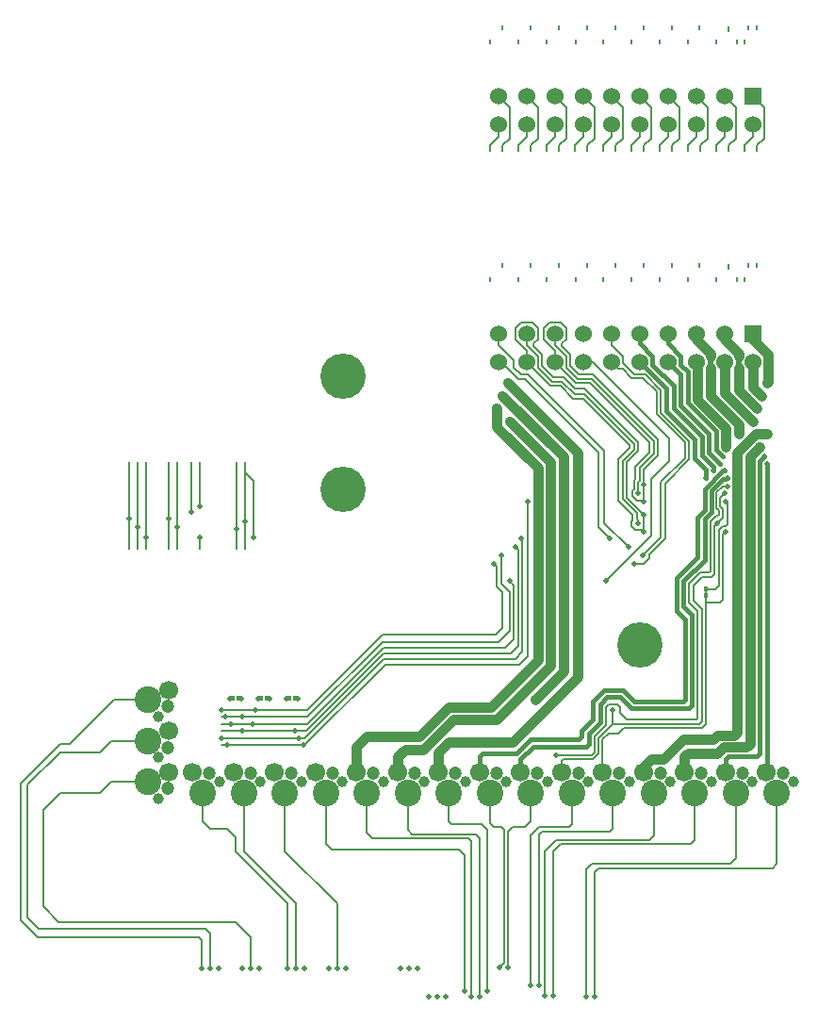
<source format=gbr>
G04 start of page 2 for group 0 idx 0 *
G04 Title: (unknown), P1_W1 *
G04 Creator: pcb 4.2.0 *
G04 CreationDate: Mon Sep 28 03:26:28 2020 UTC *
G04 For: commonadmin *
G04 Format: Gerber/RS-274X *
G04 PCB-Dimensions (mil): 3500.00 4250.00 *
G04 PCB-Coordinate-Origin: lower left *
%MOIN*%
%FSLAX25Y25*%
%LNTOP*%
%ADD29C,0.0380*%
%ADD28C,0.0295*%
%ADD27C,0.0492*%
%ADD26C,0.0787*%
%ADD25C,0.0197*%
%ADD24C,0.0100*%
%ADD23C,0.1181*%
%ADD22C,0.0250*%
%ADD21C,0.1600*%
%ADD20C,0.0600*%
%ADD19C,0.0001*%
%ADD18C,0.0472*%
%ADD17C,0.0669*%
%ADD16C,0.0945*%
%ADD15C,0.0394*%
%ADD14C,0.0150*%
%ADD13C,0.0200*%
%ADD12C,0.0350*%
%ADD11C,0.0060*%
G54D11*X252000Y320000D02*Y318500D01*
X222000Y320000D02*Y318500D01*
X273500Y323500D02*Y325000D01*
G54D12*X274000Y256500D02*X277500Y260000D01*
X265500D02*Y266500D01*
X256000Y276000D01*
X255500Y289500D02*Y276500D01*
X256500Y275500D01*
G54D11*X225000Y290000D02*X227500Y287500D01*
G54D12*X255000Y290000D02*X255500Y289500D01*
G54D11*X227500Y287500D02*X229000D01*
X232250Y284250D01*
X236250D01*
X241000Y279500D01*
Y271500D01*
X251000Y261500D01*
Y256000D01*
X242500Y247500D01*
G54D12*X250957Y144980D02*Y150457D01*
X252000Y151500D01*
X262500D01*
X264750Y153750D01*
X272750D02*X274000Y155000D01*
Y256500D01*
G54D11*X242500Y247500D02*Y228000D01*
X254500Y137500D02*Y121000D01*
X253000Y119500D01*
X207000D01*
X204500Y117000D01*
Y66000D02*Y117000D01*
G54D12*X264750Y153750D02*X272750D01*
G54D11*X68524Y159500D02*X68480Y159543D01*
X242500Y228000D02*X236000Y221500D01*
X186000D02*Y211500D01*
X189000Y208500D01*
Y195000D01*
X185000Y191000D01*
X144000D01*
X117500Y164500D01*
X87000D01*
X83000Y75500D02*Y88000D01*
X81500Y89500D01*
X61000Y156000D02*X48000D01*
X44000Y152000D02*X48000Y156000D01*
X57500Y224000D02*Y254500D01*
X30000Y152000D02*X44000D01*
X81500Y89500D02*X22500D01*
X18500Y93500D01*
Y140500D01*
X30000Y152000D01*
X252000Y404000D02*Y402500D01*
X222000Y404000D02*Y402500D01*
X255000Y374000D02*Y369500D01*
X252000Y366500D01*
Y364500D01*
X225000Y374000D02*Y369500D01*
X222000Y366500D01*
Y364500D01*
X273500Y407500D02*Y409000D01*
X256000Y325000D02*Y323500D01*
X226500Y325000D02*Y323500D01*
X229000Y292000D02*Y289500D01*
G54D12*X260000Y288000D02*Y278000D01*
G54D11*X225000Y300000D02*Y296000D01*
X229000Y292000D01*
Y289500D02*X233000Y285500D01*
X237000D01*
X242500Y280000D01*
Y272000D01*
G54D12*X255000Y300000D02*Y298000D01*
X260000Y293000D01*
Y292000D01*
G54D13*Y288000D01*
G54D11*X256000Y409000D02*Y407500D01*
X255000Y384000D02*X259000Y380000D01*
Y369000D01*
X256500Y366500D01*
Y364500D01*
X269500Y404000D02*Y402500D01*
X226500Y409000D02*Y407500D01*
X225000Y384000D02*X229000Y380000D01*
Y369000D01*
X226500Y366500D01*
Y364500D01*
G54D12*X236457Y144980D02*Y146957D01*
X239000Y149500D01*
X243500D01*
X250500Y156500D01*
X261000D01*
X262500Y158000D01*
X268500D01*
X269500Y159000D01*
G54D11*X240000Y137500D02*Y122500D01*
X238500Y121000D01*
X205500D01*
X201500Y117000D01*
Y66001D02*X201499Y66000D01*
X201500Y117000D02*Y66001D01*
G54D12*X269500Y159000D02*Y258000D01*
X276000Y264500D01*
X280000D01*
G54D11*X269500Y320000D02*Y318500D01*
G54D12*X270000Y264500D02*Y268000D01*
G54D11*X242500Y272000D02*X252500Y262000D01*
Y255500D01*
G54D12*X270000Y268000D02*X260000Y278000D01*
G54D11*X252500Y255500D02*X244000Y247000D01*
Y227500D01*
X238500Y222000D01*
Y220500D01*
X236500Y218500D01*
X233000D01*
X144000Y193500D02*X184000D01*
X186500Y196000D01*
Y208500D01*
X184500Y210500D01*
Y217500D01*
X183500Y218500D01*
X144000Y193500D02*X117500Y167000D01*
X87000D01*
X61000Y170500D02*X49000D01*
X54500Y224000D02*Y254500D01*
X49000Y170500D02*X33500Y155000D01*
X30000D01*
X16000Y141000D01*
Y92500D01*
X22000Y86500D01*
X79000D01*
X80000Y85500D01*
Y75500D02*Y85500D01*
X242000Y320000D02*Y318500D01*
X212500Y320000D02*Y318500D01*
G54D14*X245000Y290000D02*X249500Y285500D01*
Y274500D01*
X259500Y264500D01*
G54D11*X215000Y290000D02*X218500D01*
G54D14*X259500Y264500D02*Y258000D01*
X263500Y254000D01*
G54D11*X218500Y290000D02*X245500Y263000D01*
X242000Y404000D02*Y402500D01*
X245000Y374000D02*Y369500D01*
X242000Y366500D01*
Y364500D01*
X212500Y404000D02*Y402500D01*
X215000Y374000D02*Y369500D01*
X212000Y366500D01*
Y364500D01*
X219000Y65500D02*Y109500D01*
G54D14*X280000Y145024D02*X279957Y144980D01*
X280000Y254000D02*Y145024D01*
G54D11*X220500Y111000D02*X282000D01*
X283500Y112500D01*
Y137500D01*
X220500Y111000D02*X219000Y109500D01*
X245500Y263000D02*Y255000D01*
X239000Y248500D01*
Y228500D01*
X223000Y212500D01*
X189000D02*X190500Y211000D01*
Y192000D01*
X187500Y189000D01*
X144500D01*
X117500Y162000D01*
X60500Y224000D02*Y254500D01*
X117500Y162000D02*X87000D01*
X61000Y141500D02*X48000D01*
X30000Y137500D02*X44000D01*
X48000Y141500D01*
X97500Y75500D02*Y86500D01*
X92000Y92000D01*
X29500D01*
X24000Y97500D01*
Y131500D01*
X30000Y137500D01*
X246500Y325000D02*Y323500D01*
G54D14*X245000Y300000D02*Y296500D01*
X249500Y292000D01*
G54D11*X216500Y325000D02*Y323500D01*
G54D14*X277500Y255000D02*X279000Y256500D01*
X262000Y259000D02*X264500Y256500D01*
X249500Y292000D02*Y289000D01*
X252000Y286500D01*
Y275500D01*
X262000Y265500D01*
Y259000D01*
G54D11*X246500Y409000D02*Y407500D01*
X216500Y409000D02*Y407500D01*
X215000Y384000D02*X219000Y380000D01*
Y369000D01*
X216500Y366500D01*
Y364500D01*
X245000Y384000D02*X249000Y380000D01*
Y369000D01*
X246500Y366500D01*
Y364500D01*
G54D14*X265457Y144980D02*Y149457D01*
X266500Y150500D01*
X276500D01*
G54D11*X269000Y137500D02*Y114500D01*
G54D14*X276500Y150500D02*X277500Y151500D01*
Y255000D01*
G54D11*X269000Y114500D02*X267000Y112500D01*
X218000D01*
X216000Y110500D01*
Y65500D01*
X144500Y185000D02*X191000D01*
X144500D02*X116500Y157000D01*
X87000D01*
X71500Y224000D02*Y254500D01*
G54D14*X192957Y144980D02*Y149457D01*
X197500Y154000D01*
G54D11*X196500Y137500D02*Y127500D01*
X194500Y125500D01*
X190000D01*
G54D14*X253500Y168500D02*Y200500D01*
X250500Y203500D01*
G54D11*X191000Y185000D02*X193500Y187500D01*
G54D14*X252500Y167500D02*X253500Y168500D01*
X252500Y167500D02*X232000D01*
X228000Y171500D01*
X223500D01*
X221000Y169000D01*
Y162500D01*
X217000Y158500D01*
Y155000D01*
X216000Y154000D01*
X197500D02*X216000D01*
G54D12*X190000Y155500D02*X213000Y178500D01*
G54D11*X95000Y137500D02*Y117000D01*
X113500Y98500D02*X95000Y117000D01*
X190000Y125500D02*X188500Y124000D01*
G54D12*X167500Y155500D02*X190000D01*
G54D11*X179000Y126500D02*X181000Y124500D01*
X113500Y75500D02*Y98500D01*
G54D12*X163957Y144980D02*Y151957D01*
X167500Y155500D01*
G54D11*Y137500D02*Y127500D01*
X168500Y126500D01*
X179000D01*
X232000Y320000D02*Y318500D01*
G54D14*X235000Y290000D02*X244500Y280500D01*
Y272500D01*
X254500Y262500D01*
Y256000D01*
X258000Y220000D02*Y234500D01*
X260500Y237000D01*
Y244500D01*
X264500Y248500D01*
X265500D01*
X266000Y249000D01*
G54D12*X275000Y300000D02*Y298000D01*
X280500Y292500D02*Y283000D01*
X280000Y282500D01*
X275000Y298000D02*X280500Y292500D01*
G54D11*X276500Y325000D02*Y323500D01*
X182000Y404000D02*Y402500D01*
X185000Y374000D02*Y369500D01*
X182000Y366500D01*
Y364500D01*
X188500Y124000D02*Y76000D01*
X181000Y124500D02*Y67500D01*
X232000Y404000D02*Y402500D01*
X235000Y374000D02*Y369500D01*
X232000Y366500D01*
Y364500D01*
X276500Y409000D02*Y407500D01*
X275000Y384000D02*X279000Y380000D01*
Y369000D01*
X276500Y366500D01*
Y364500D01*
G54D14*X250500Y203500D02*Y212500D01*
X258000Y220000D01*
G54D11*X193500Y187500D02*Y227000D01*
X193000Y227500D01*
G54D12*X213000Y178500D02*Y258000D01*
G54D14*X254500Y256000D02*X258500Y252000D01*
Y249000D01*
G54D11*X220500Y258000D02*Y231500D01*
X224500Y227500D01*
X182000Y320000D02*Y318500D01*
X185000Y290000D02*X186000D01*
X192000Y284000D01*
X194500D01*
X220500Y258000D01*
G54D12*X213000D02*X188500Y282500D01*
G54D14*X178457Y144980D02*Y150457D01*
X179500Y151500D01*
G54D11*X182000Y137500D02*Y127000D01*
X183500Y125500D01*
X186000D01*
X187000Y124500D01*
G54D14*X179500Y151500D02*X191500D01*
G54D11*X144500Y187000D02*X189500D01*
X126000Y117500D02*X171000D01*
X173000Y115500D02*X171000Y117500D01*
X173000Y115500D02*Y67500D01*
G54D14*X257000Y263500D02*Y257000D01*
X255500Y221000D02*Y235000D01*
X258000Y237500D01*
Y245000D01*
X264500Y251500D01*
X265000D01*
X257000Y257000D02*X261000Y253000D01*
Y251500D01*
G54D11*X222500Y258500D02*Y233000D01*
X231000Y224500D01*
X192000Y223500D02*X191000Y224500D01*
X68500Y224000D02*Y254500D01*
X144500Y187000D02*X117000Y159500D01*
X87000D01*
X80500Y137500D02*Y127500D01*
X83000Y125000D01*
X89000D01*
X92000Y122000D01*
Y117000D01*
X110500Y75500D02*Y98500D01*
X92000Y117000D01*
X124000Y137500D02*Y119500D01*
X126000Y117500D01*
X186500Y325000D02*Y323500D01*
X185000Y300000D02*Y296000D01*
X190500Y290500D01*
Y288000D01*
X193000Y285500D01*
X195500D01*
X236500Y409000D02*Y407500D01*
X235000Y384000D02*X239000Y380000D01*
Y369000D01*
X236500Y366500D01*
Y364500D01*
X186500Y409000D02*Y407500D01*
X185000Y384000D02*X189000Y380000D01*
Y369000D01*
X186500Y366500D01*
Y364500D01*
X195500Y285500D02*X222500Y258500D01*
G54D12*X208000Y256500D02*X186500Y278000D01*
G54D11*X272000Y404000D02*Y402500D01*
X275000Y374000D02*Y369500D01*
X272000Y366500D01*
Y364500D01*
X236500Y325000D02*Y323500D01*
G54D14*X235000Y300000D02*Y296500D01*
X239500Y292000D01*
Y289000D01*
X247000Y281500D01*
Y273500D01*
X257000Y263500D01*
G54D12*X275000Y281000D02*X278000Y278000D01*
X275000Y290000D02*Y281000D01*
G54D11*X272000Y320000D02*Y318500D01*
G54D14*X191500Y151500D02*X196500Y156500D01*
X213500D01*
G54D11*X189500Y187000D02*X192000Y189500D01*
G54D12*X198000Y170500D02*X208000Y180500D01*
G54D14*X213500Y156500D02*X214500Y157500D01*
Y159500D01*
X218500Y163500D01*
Y170000D01*
X222500Y174000D01*
G54D11*X187000Y124500D02*Y77500D01*
X185500Y76000D01*
X192000Y189500D02*Y223500D01*
G54D14*X250500Y170000D02*X251000Y170500D01*
Y199000D01*
X248000Y202000D01*
Y213500D01*
X255500Y221000D01*
X222500Y174000D02*X229000D01*
X233000Y170000D01*
X250500D01*
G54D12*X208000Y180500D02*Y256500D01*
G54D11*X258500Y162000D02*Y209681D01*
X255500Y164000D02*Y202000D01*
X252500Y205000D01*
Y211500D01*
X256500Y215500D01*
G54D12*X182500Y168000D02*X199000Y184500D01*
Y252500D01*
G54D11*X258500Y205000D02*X263500D01*
X264500Y206000D01*
X258500Y209681D02*X261681D01*
X263000Y211000D01*
Y230500D01*
X264500Y206000D02*Y229000D01*
X265500Y230000D01*
X256500Y215500D02*X259500D01*
X260000Y216000D01*
X263000Y230500D02*X264500Y232000D01*
X265500D01*
X266000Y232500D01*
X260000Y216000D02*Y233500D01*
X266000Y232500D02*Y240000D01*
X265500Y240500D01*
X260000Y233500D02*X262000Y235500D01*
X262500D01*
X263000Y236000D01*
Y237500D01*
X262250Y238250D01*
Y243750D01*
X95500Y224000D02*Y254500D01*
X79500Y239000D02*Y254500D01*
X98500Y228000D02*Y248000D01*
X95500Y251000D01*
X79500Y228000D02*Y224000D01*
X262250Y243750D02*X264500Y246000D01*
X266000D01*
X202000Y320000D02*Y318500D01*
X192000Y320000D02*Y318500D01*
X195000Y294000D02*X191000Y298000D01*
Y302000D01*
X193000Y304000D01*
X197000D01*
X199000Y302000D01*
Y298000D01*
X197500Y296500D01*
Y295500D01*
X200500Y292500D01*
X195000Y290000D02*Y294000D01*
G54D12*X199000Y252500D02*X184500Y267000D01*
Y273500D01*
G54D11*X205000Y294000D02*X201000Y298000D01*
Y302000D01*
X205000Y294000D02*Y290000D01*
X200500Y288500D02*X204500Y284500D01*
X201000Y302000D02*X203000Y304000D01*
X207000D01*
X209000Y302000D01*
Y298000D01*
X207500Y296500D01*
Y295500D01*
X210500Y292500D01*
Y288500D01*
X205000Y290000D02*X212500Y282500D01*
X204500Y284500D02*X208000D01*
X212000Y280500D01*
X203500Y281500D02*X207000D01*
X211500Y277000D01*
X200500Y292500D02*Y288500D01*
X195000Y290000D02*X203500Y281500D01*
X210500Y288500D02*X213500Y285500D01*
X218500D01*
X241500Y262500D01*
X212500Y282500D02*X217500D01*
X212000Y280500D02*X215500D01*
X211500Y277000D02*X215000D01*
X217500Y282500D02*X238500Y261500D01*
X215500Y280500D02*X234500Y261500D01*
X215000Y277000D02*X231500Y260500D01*
G54D12*X265000Y298000D02*X270000Y293000D01*
X265000Y300000D02*Y298000D01*
G54D11*X266500Y324500D02*Y323000D01*
G54D12*X270000Y293000D02*Y292000D01*
G54D13*Y288000D01*
G54D12*Y280000D02*X276500Y273500D01*
X270000Y288000D02*Y280000D01*
G54D11*X241500Y262500D02*Y257000D01*
X236500Y252000D01*
Y240500D01*
X238500Y261500D02*Y258000D01*
X233500Y253000D01*
X234500Y258500D02*X230500Y254500D01*
X231500Y259500D02*X227500Y255500D01*
X233500Y253000D02*Y248500D01*
X233000Y248000D01*
Y245000D01*
X232500Y244500D01*
X230500Y254500D02*Y242000D01*
X227500Y255500D02*Y241000D01*
X232500Y244500D02*Y242500D01*
X234000Y241000D01*
X236000D01*
X236500Y240500D01*
X234500Y261500D02*Y258500D01*
X231500Y260500D02*Y259500D01*
X202000Y404000D02*Y402500D01*
X192000Y404000D02*Y402500D01*
X205000Y374000D02*Y369500D01*
X202000Y366500D01*
Y364500D01*
X195000Y374000D02*Y369500D01*
X192000Y366500D01*
Y364500D01*
X266500Y408500D02*Y407000D01*
X265000Y384000D02*X269000Y380000D01*
Y369000D01*
X266500Y366500D01*
Y364500D01*
X218000Y151000D02*X205500D01*
X116500Y154500D02*X87000D01*
X195500Y186000D02*X192500Y183000D01*
X145000D01*
G54D12*X157000Y157500D02*X167500Y168000D01*
X182500D01*
G54D11*X225500Y137500D02*Y125000D01*
X230500Y242000D02*X236500Y236000D01*
X227500Y241000D02*X232500Y236000D01*
X236500D02*Y230000D01*
X232500Y236000D02*Y234000D01*
X232000Y233500D01*
Y232000D01*
X233500Y230500D01*
X236000D01*
X236500Y230000D01*
X195500Y186000D02*Y240500D01*
X199500Y123000D02*Y69500D01*
X222000Y145024D02*X221957Y144980D01*
X219000Y157500D02*Y152000D01*
X218000Y151000D01*
X221957Y144980D02*Y156457D01*
X258500Y162000D02*X257000Y160500D01*
X255500Y164000D02*X255000Y163500D01*
X229500Y160500D02*X257000D01*
X230500Y163500D02*X255000D01*
X221957Y156457D02*X224000Y158500D01*
X227500D01*
X229500Y160500D01*
X219000Y157500D02*X223000Y161500D01*
X230500Y163500D02*X228000Y166000D01*
Y168000D01*
X227000Y169000D01*
X224000D01*
X223000Y168000D01*
Y161500D01*
X109500Y137500D02*Y117000D01*
X128000Y75500D02*Y98500D01*
X109500Y117000D01*
X225500Y125000D02*X224500Y124000D01*
X200500D02*X199500Y123000D01*
X224500Y124000D02*X200500D01*
X145000Y183000D02*X116500Y154500D01*
G54D12*X134957Y144980D02*Y153957D01*
X138500Y157500D01*
X157000D01*
G54D11*X138500Y137500D02*Y123500D01*
X140500Y121500D01*
X174500D01*
X175500Y120500D01*
Y65500D01*
X206500Y325000D02*Y323500D01*
X205000Y300000D02*Y296000D01*
X209000Y292000D01*
X196500Y325000D02*Y323500D01*
X195000Y300000D02*Y296000D01*
X199000Y292000D01*
X209000D02*Y288000D01*
X199000Y292000D02*Y288000D01*
X204000Y283000D01*
X207500D01*
G54D12*X203500Y182500D02*Y254500D01*
G54D11*X206500Y409000D02*Y407500D01*
X196500Y409000D02*Y407500D01*
X205000Y384000D02*X209000Y380000D01*
X195000Y384000D02*X199000Y380000D01*
X209000D02*Y369000D01*
X206500Y366500D01*
Y364500D01*
X199000Y380000D02*Y369000D01*
X196500Y366500D01*
Y364500D01*
X207457Y144980D02*Y148957D01*
X210000Y125500D02*X199500D01*
X211000Y126500D02*X210000Y125500D01*
X211000Y137500D02*Y126500D01*
X199500Y125500D02*X196500Y122500D01*
Y69500D01*
X208000Y149500D02*X218500D01*
X220500Y151500D01*
Y157000D01*
X225500Y162000D01*
X256000D01*
X225500D02*X225000Y161500D01*
X178500Y121500D02*Y65500D01*
X256000Y162000D02*X257000Y163000D01*
Y202500D01*
X254000Y205500D01*
Y211000D01*
X257000Y214000D01*
X260500D01*
X261500Y215000D01*
Y232000D01*
X262000Y320000D02*Y318500D01*
Y404000D02*Y402500D01*
Y366500D02*Y364500D01*
X261500Y232000D02*X264500Y235000D01*
Y238000D01*
X265000Y374000D02*Y369500D01*
X262000Y366500D01*
X264500Y238000D02*X263500Y239000D01*
Y242000D01*
X265000Y243500D01*
X209000Y288000D02*X213000Y284000D01*
X207500Y283000D02*X212000Y278500D01*
X215500D01*
X213000Y284000D02*X218000D01*
X240000Y262000D01*
X215500Y278500D02*X233000Y261000D01*
G54D12*X265000Y279000D02*X275000Y269000D01*
X265000Y290000D02*Y279000D01*
X203500Y254500D02*X189000Y269000D01*
G54D11*X240000Y262000D02*Y257500D01*
X235000Y252500D01*
X233000Y261000D02*Y259000D01*
X235000Y252500D02*Y248000D01*
X234500Y247500D01*
X233000Y259000D02*X229000Y255000D01*
Y241500D01*
X234500Y247500D02*Y243500D01*
X229000Y241500D02*X234000Y236500D01*
X234500Y233000D02*Y234000D01*
X234000Y234500D01*
Y236500D01*
X92500Y224000D02*Y254500D01*
X76500Y237000D02*Y254500D01*
X207457Y148957D02*X208000Y149500D01*
G54D12*X169000Y163500D02*X184500D01*
G54D11*X225500Y162000D02*Y167000D01*
G54D12*X184500Y163500D02*X203500Y182500D01*
X149457Y144980D02*Y150457D01*
X152000Y153000D01*
X158500D01*
X169000Y163500D01*
G54D11*X153000Y137500D02*Y124500D01*
X154500Y123000D01*
X177000D01*
X178500Y121500D01*
G54D15*X231406Y141437D03*
G54D16*X240000Y137500D03*
G54D17*X236457Y144980D03*
G54D18*X242362Y144587D03*
G54D16*X225500Y137500D03*
G54D17*X221957Y144980D03*
G54D18*X227862Y144587D03*
G54D15*X245906Y141437D03*
X187906D03*
G54D17*X192957Y144980D03*
G54D18*X198862Y144587D03*
G54D16*X196500Y137500D03*
X211000D03*
G54D15*X202406Y141437D03*
G54D17*X207457Y144980D03*
G54D18*X213362Y144587D03*
G54D15*X216906Y141437D03*
G54D16*X254500Y137500D03*
X269000D03*
X283500D03*
G54D17*X250957Y144980D03*
G54D18*X256862Y144587D03*
G54D15*X260406Y141437D03*
G54D17*X265457Y144980D03*
G54D18*X271362Y144587D03*
G54D15*X274906Y141437D03*
G54D17*X279957Y144980D03*
G54D18*X285862Y144587D03*
G54D15*X289406Y141437D03*
G54D13*X201499Y66000D03*
X181000Y67500D03*
X204500Y66000D03*
X216000Y65500D03*
X219000D03*
X196500Y69500D03*
X199500D03*
X185500Y76000D03*
X188500D03*
X173000Y67500D03*
X175500Y65500D03*
X178500D03*
X160500D03*
X163500D03*
X166500D03*
X153500Y75500D03*
X156500D03*
X150500D03*
X86000D03*
X83000D03*
X80000D03*
X100500D03*
X97500D03*
X94500D03*
X116500D03*
X113500D03*
X110500D03*
X131000D03*
X128000D03*
X125000D03*
G54D16*X80500Y137500D03*
X95000D03*
X109500D03*
G54D17*X76957Y144980D03*
G54D18*X82862Y144587D03*
G54D15*X86406Y141437D03*
G54D17*X91457Y144980D03*
G54D18*X97362Y144587D03*
G54D15*X100906Y141437D03*
G54D17*X105957Y144980D03*
G54D18*X111862Y144587D03*
G54D16*X61000Y141500D03*
G54D15*X64937Y135594D03*
G54D16*X61000Y170500D03*
G54D15*X64937Y164594D03*
G54D16*X61000Y156000D03*
G54D15*X64937Y150094D03*
G54D17*X68480Y145043D03*
G54D18*X68087Y139138D03*
G54D17*X68480Y174043D03*
G54D18*X68087Y168138D03*
G54D17*X68480Y159543D03*
G54D18*X68087Y153638D03*
G54D15*X115406Y141437D03*
G54D17*X120457Y144980D03*
G54D18*X126362Y144587D03*
G54D16*X124000Y137500D03*
X138500D03*
G54D15*X129906Y141437D03*
G54D17*X134957Y144980D03*
G54D18*X140862Y144587D03*
G54D15*X144406Y141437D03*
G54D16*X153000Y137500D03*
X167500D03*
X182000D03*
G54D17*X149457Y144980D03*
G54D18*X155362Y144587D03*
G54D15*X158906Y141437D03*
G54D17*X163957Y144980D03*
G54D18*X169862Y144587D03*
G54D15*X173406Y141437D03*
G54D17*X178457Y144980D03*
G54D18*X184362Y144587D03*
G54D19*G36*
X272000Y303000D02*Y297000D01*
X278000D01*
Y303000D01*
X272000D01*
G37*
G54D20*X275000Y290000D03*
X265000Y300000D03*
Y290000D03*
X255000Y300000D03*
Y290000D03*
X245000Y300000D03*
Y290000D03*
X235000Y300000D03*
Y290000D03*
X225000Y300000D03*
X215000D03*
X205000D03*
X195000D03*
X185000D03*
X225000Y290000D03*
X215000D03*
X205000D03*
X195000D03*
X185000D03*
G54D19*G36*
X272000Y387000D02*Y381000D01*
X278000D01*
Y387000D01*
X272000D01*
G37*
G54D20*X275000Y374000D03*
X265000Y384000D03*
Y374000D03*
X255000Y384000D03*
Y374000D03*
X245000Y384000D03*
Y374000D03*
X235000D03*
X225000D03*
X235000Y384000D03*
X225000D03*
X215000D03*
X205000D03*
X195000D03*
X185000D03*
X215000Y374000D03*
X205000D03*
X195000D03*
X185000D03*
G54D19*G36*
X90213Y171787D02*Y170213D01*
X91787D01*
Y171787D01*
X90213D01*
G37*
G36*
X92575D02*Y170213D01*
X94149D01*
Y171787D01*
X92575D01*
G37*
G36*
X110213D02*Y170213D01*
X111787D01*
Y171787D01*
X110213D01*
G37*
G36*
X112575D02*Y170213D01*
X114149D01*
Y171787D01*
X112575D01*
G37*
G36*
X100213D02*Y170213D01*
X101787D01*
Y171787D01*
X100213D01*
G37*
G36*
X102575D02*Y170213D01*
X104149D01*
Y171787D01*
X102575D01*
G37*
G36*
X257713Y208106D02*Y206532D01*
X259287D01*
Y208106D01*
X257713D01*
G37*
G36*
Y210468D02*Y208894D01*
X259287D01*
Y210468D01*
X257713D01*
G37*
G54D12*X275000Y269000D03*
X276500Y273500D03*
X278000Y278000D03*
X280000Y282500D03*
Y264500D03*
X270000D03*
X188500Y282500D03*
X186500Y278000D03*
G54D21*X130000Y285000D03*
G54D12*X189000Y269000D03*
X184500Y273500D03*
G54D13*X223000Y212500D03*
X224500Y227500D03*
X205500Y151000D03*
X225500Y167000D03*
G54D12*X198000Y170500D03*
G54D13*X236000Y221500D03*
X193000Y227500D03*
X191000Y224500D03*
X189000Y212500D03*
X186000Y221500D03*
X183500Y218500D03*
X233000D03*
X231000Y224500D03*
G54D21*X235000Y190000D03*
G54D13*X236500Y246500D03*
Y240500D03*
Y236000D03*
Y230000D03*
X234500Y233000D03*
Y243500D03*
X195500Y240500D03*
X116000Y154500D03*
X114500Y157000D03*
X113000Y159500D03*
X100200Y171000D03*
X104200D03*
X110200D03*
X114200D03*
G54D21*X130000Y245000D03*
G54D13*X280000Y254000D03*
X279000Y256500D03*
G54D12*X277500Y260000D03*
G54D13*X265500Y230000D03*
X262500Y233000D03*
X265500Y240500D03*
X265000Y243500D03*
X266000Y246000D03*
Y249000D03*
X265000Y251500D03*
X261000D03*
X258500Y249000D03*
G54D12*X265500Y260000D03*
G54D13*X263500Y254000D03*
X264500Y256500D03*
X88500Y164500D03*
X94500D03*
X99000Y167000D03*
X87000D03*
Y157000D03*
X90200Y171000D03*
X94200D03*
X90500Y162000D03*
X94500Y159500D03*
X98000Y162000D03*
X89000Y154500D03*
X79500Y239000D03*
X76500Y237000D03*
X95500Y233500D03*
X92500Y231000D03*
X79500Y228000D03*
X98500D03*
X60500D03*
X71500Y231500D03*
X57500D03*
X54500Y234500D03*
X68500D03*
G54D22*G54D23*G54D22*G54D24*G54D22*G54D24*G54D23*G54D24*G54D23*G54D24*G54D22*G54D24*G54D22*G54D24*G54D25*G54D26*G54D27*G54D28*G54D26*G54D27*G54D28*G54D25*G54D27*G54D28*G54D26*G54D25*G54D27*G54D28*G54D25*G54D26*G54D27*G54D28*G54D25*G54D27*G54D28*G54D25*G54D27*G54D28*G54D25*G54D24*G54D26*G54D27*G54D28*G54D25*G54D27*G54D28*G54D25*G54D27*G54D28*G54D26*G54D25*G54D26*G54D25*G54D26*G54D25*G54D27*G54D28*G54D27*G54D28*G54D27*G54D28*G54D25*G54D27*G54D28*G54D26*G54D25*G54D27*G54D28*G54D25*G54D26*G54D27*G54D28*G54D25*G54D27*G54D28*G54D25*G54D27*G54D28*G54D29*M02*

</source>
